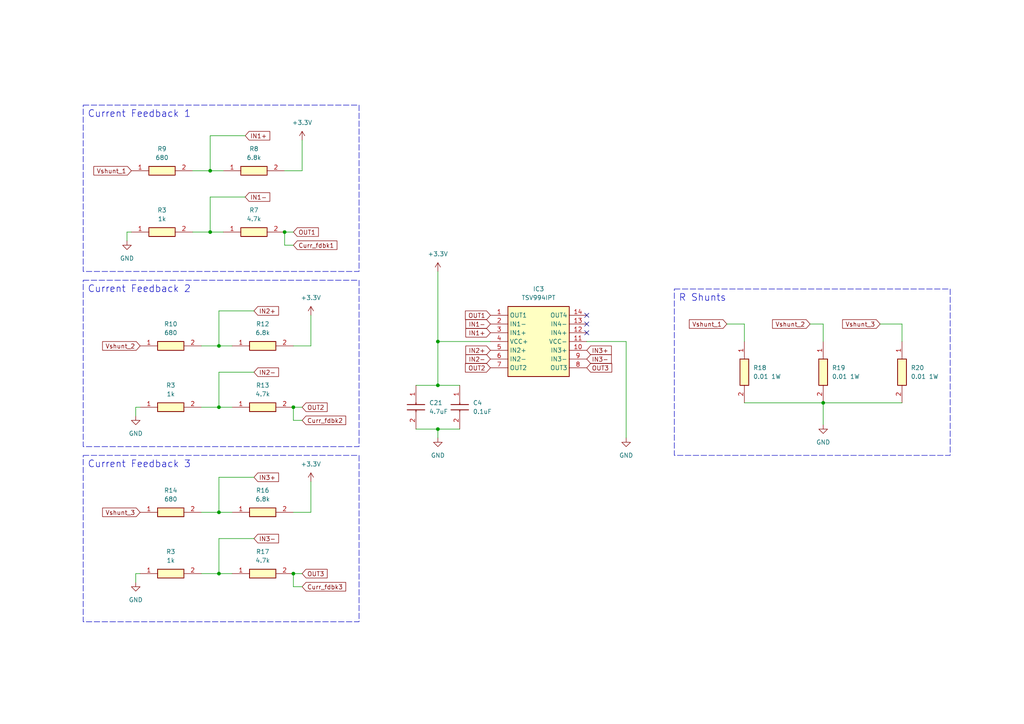
<source format=kicad_sch>
(kicad_sch (version 20230121) (generator eeschema)
  (paper "A4")
  (lib_symbols
    (symbol "SamacSys_Parts:CRT0805-BY-4701ELF" (pin_names hide)
      (property "Reference" "R" (at 13.97 6.35 0))
      (property "Value" "CRT0805-BY-4701ELF" (at 13.97 3.81 0))
      (symbol "CRT0805-BY-4701ELF_1_1"
        (rectangle (start 5.08 1.27) (end 12.7 -1.27) (stroke (width 0.254)) (fill (type background)))
        (pin passive line (at 0 0 0) (length 5.08) (name "1") (number "1"))
        (pin passive line (at 17.78 0 180) (length 5.08) (name "2") (number "2"))
      )
    )
    (symbol "SamacSys_Parts:ERA-2VEB6800X" (pin_names hide)
      (property "Reference" "R" (at 13.97 6.35 0))
      (property "Value" "ERA-2VEB6800X" (at 13.97 3.81 0))
      (symbol "ERA-2VEB6800X_1_1"
        (rectangle (start 5.08 1.27) (end 12.7 -1.27) (stroke (width 0.254)) (fill (type background)))
        (pin passive line (at 0 0 0) (length 5.08) (name "1") (number "1"))
        (pin passive line (at 17.78 0 180) (length 5.08) (name "2") (number "2"))
      )
    )
    (symbol "SamacSys_Parts:ERA-3ARB682V" (pin_names hide)
      (property "Reference" "R" (at 13.97 6.35 0))
      (property "Value" "ERA-3ARB682V" (at 13.97 3.81 0))
      (symbol "ERA-3ARB682V_1_1"
        (rectangle (start 5.08 1.27) (end 12.7 -1.27) (stroke (width 0.254)) (fill (type background)))
        (pin passive line (at 0 0 0) (length 5.08) (name "1") (number "1"))
        (pin passive line (at 17.78 0 180) (length 5.08) (name "2") (number "2"))
      )
    )
    (symbol "SamacSys_Parts:ERA-8AEB102V" (pin_names hide)
      (property "Reference" "R" (at 13.97 6.35 0))
      (property "Value" "ERA-8AEB102V" (at 13.97 3.81 0))
      (symbol "ERA-8AEB102V_1_1"
        (rectangle (start 5.08 1.27) (end 12.7 -1.27) (stroke (width 0.254)) (fill (type background)))
        (pin passive line (at 0 0 0) (length 5.08) (name "1") (number "1"))
        (pin passive line (at 17.78 0 180) (length 5.08) (name "2") (number "2"))
      )
    )
    (symbol "SamacSys_Parts:KAM32LR72A475KU" (pin_names hide)
      (property "Reference" "C" (at 8.89 6.35 0))
      (property "Value" "KAM32LR72A475KU" (at 8.89 3.81 0))
      (symbol "KAM32LR72A475KU_1_1"
        (polyline (pts (xy 5.08 0) (xy 5.588 0)) (stroke (width 0.254)))
        (polyline (pts (xy 5.588 2.54) (xy 5.588 -2.54)) (stroke (width 0.254)))
        (polyline (pts (xy 7.112 0) (xy 7.62 0)) (stroke (width 0.254)))
        (polyline (pts (xy 7.112 2.54) (xy 7.112 -2.54)) (stroke (width 0.254)))
        (pin passive line (at 0 0 0) (length 5.08) (name "1") (number "1"))
        (pin passive line (at 12.7 0 180) (length 5.08) (name "2") (number "2"))
      )
    )
    (symbol "SamacSys_Parts:KGF21BR71H104KT" (pin_names hide)
      (property "Reference" "C" (at 8.89 6.35 0))
      (property "Value" "KGF21BR71H104KT" (at 8.89 3.81 0))
      (symbol "KGF21BR71H104KT_1_1"
        (polyline (pts (xy 5.08 0) (xy 5.588 0)) (stroke (width 0.254)))
        (polyline (pts (xy 5.588 2.54) (xy 5.588 -2.54)) (stroke (width 0.254)))
        (polyline (pts (xy 7.112 0) (xy 7.62 0)) (stroke (width 0.254)))
        (polyline (pts (xy 7.112 2.54) (xy 7.112 -2.54)) (stroke (width 0.254)))
        (pin passive line (at 0 0 0) (length 5.08) (name "1") (number "1"))
        (pin passive line (at 12.7 0 180) (length 5.08) (name "2") (number "2"))
      )
    )
    (symbol "SamacSys_Parts:TSV994IPT"
      (property "Reference" "IC" (at 24.13 7.62 0))
      (property "Value" "TSV994IPT" (at 24.13 5.08 0))
      (symbol "TSV994IPT_1_1"
        (rectangle (start 5.08 2.54) (end 22.86 -17.78) (stroke (width 0.254)) (fill (type background)))
        (pin passive line (at 0 0 0) (length 5.08) (name "OUT1") (number "1"))
        (pin passive line (at 27.94 -10.16 180) (length 5.08) (name "IN3+") (number "10"))
        (pin passive line (at 27.94 -7.62 180) (length 5.08) (name "VCC-") (number "11"))
        (pin passive line (at 27.94 -5.08 180) (length 5.08) (name "IN4+") (number "12"))
        (pin passive line (at 27.94 -2.54 180) (length 5.08) (name "IN4-") (number "13"))
        (pin passive line (at 27.94 0 180) (length 5.08) (name "OUT4") (number "14"))
        (pin passive line (at 0 -2.54 0) (length 5.08) (name "IN1-") (number "2"))
        (pin passive line (at 0 -5.08 0) (length 5.08) (name "IN1+") (number "3"))
        (pin passive line (at 0 -7.62 0) (length 5.08) (name "VCC+") (number "4"))
        (pin passive line (at 0 -10.16 0) (length 5.08) (name "IN2+") (number "5"))
        (pin passive line (at 0 -12.7 0) (length 5.08) (name "IN2-") (number "6"))
        (pin passive line (at 0 -15.24 0) (length 5.08) (name "OUT2") (number "7"))
        (pin passive line (at 27.94 -15.24 180) (length 5.08) (name "OUT3") (number "8"))
        (pin passive line (at 27.94 -12.7 180) (length 5.08) (name "IN3-") (number "9"))
      )
    )
    (symbol "SamacSys_Parts:WSL2512R0100FEA" (pin_names hide)
      (property "Reference" "R" (at 13.97 6.35 0))
      (property "Value" "WSL2512R0100FEA" (at 13.97 3.81 0))
      (symbol "WSL2512R0100FEA_1_1"
        (rectangle (start 5.08 1.27) (end 12.7 -1.27) (stroke (width 0.254)) (fill (type background)))
        (pin passive line (at 0 0 0) (length 5.08) (name "1") (number "1"))
        (pin passive line (at 17.78 0 180) (length 5.08) (name "2") (number "2"))
      )
    )
    (symbol "power:+3.3V" (power) (pin_names (offset 0))
      (property "Value" "+3.3V" (at 0 3.556 0))
      (symbol "+3.3V_0_1"
        (polyline (pts (xy -0.762 1.27) (xy 0 2.54)))
        (polyline (pts (xy 0 0) (xy 0 2.54)))
        (polyline (pts (xy 0 2.54) (xy 0.762 1.27)))
      )
      (symbol "+3.3V_1_1"
        (pin power_in line (at 0 0 90) (length 0) hide (name "+3.3V") (number "1"))
      )
    )
    (symbol "power:GND" (power) (pin_names (offset 0))
      (property "Value" "GND" (at 0 -3.81 0))
      (symbol "GND_0_1"
        (polyline (pts (xy 0 0) (xy 0 -1.27) (xy 1.27 -1.27) (xy 0 -2.54) (xy -1.27 -1.27) (xy 0 -1.27)))
      )
      (symbol "GND_1_1"
        (pin power_in line (at 0 0 270) (length 0) hide (name "GND") (number "1"))
      )
    )
  )
  (junction (at 63.5 166.37))
  (junction (at 85.09 118.11))
  (junction (at 60.96 67.31))
  (junction (at 127 111.76))
  (junction (at 238.76 116.84))
  (junction (at 82.55 67.31))
  (junction (at 63.5 100.33))
  (junction (at 63.5 118.11))
  (junction (at 85.09 166.37))
  (junction (at 60.96 49.53))
  (junction (at 63.5 148.59))
  (junction (at 127 124.46))
  (junction (at 127 99.06))
  (no_connect (at 170.18 91.44))
  (no_connect (at 170.18 93.98))
  (no_connect (at 170.18 96.52))
  (wire (pts (xy 85.09 118.11) (xy 85.09 121.92)))
  (wire (pts (xy 87.63 166.37) (xy 85.09 166.37)))
  (wire (pts (xy 40.64 118.11) (xy 39.37 118.11)))
  (wire (pts (xy 60.96 49.53) (xy 64.77 49.53)))
  (wire (pts (xy 90.17 148.59) (xy 90.17 139.7)))
  (wire (pts (xy 63.5 90.17) (xy 63.5 100.33)))
  (wire (pts (xy 120.65 124.46) (xy 127 124.46)))
  (wire (pts (xy 63.5 156.21) (xy 73.66 156.21)))
  (wire (pts (xy 58.42 100.33) (xy 63.5 100.33)))
  (wire (pts (xy 38.1 67.31) (xy 36.83 67.31)))
  (wire (pts (xy 55.88 67.31) (xy 60.96 67.31)))
  (wire (pts (xy 127 124.46) (xy 133.35 124.46)))
  (wire (pts (xy 215.9 93.98) (xy 215.9 99.06)))
  (wire (pts (xy 63.5 107.95) (xy 63.5 118.11)))
  (wire (pts (xy 87.63 170.18) (xy 85.09 170.18)))
  (wire (pts (xy 120.65 111.76) (xy 127 111.76)))
  (wire (pts (xy 90.17 100.33) (xy 90.17 91.44)))
  (wire (pts (xy 127 111.76) (xy 127 99.06)))
  (wire (pts (xy 87.63 121.92) (xy 85.09 121.92)))
  (wire (pts (xy 127 78.74) (xy 127 99.06)))
  (wire (pts (xy 215.9 116.84) (xy 238.76 116.84)))
  (wire (pts (xy 71.12 39.37) (xy 60.96 39.37)))
  (wire (pts (xy 58.42 118.11) (xy 63.5 118.11)))
  (wire (pts (xy 85.09 148.59) (xy 90.17 148.59)))
  (wire (pts (xy 63.5 156.21) (xy 63.5 166.37)))
  (wire (pts (xy 63.5 138.43) (xy 63.5 148.59)))
  (wire (pts (xy 40.64 166.37) (xy 39.37 166.37)))
  (wire (pts (xy 142.24 99.06) (xy 127 99.06)))
  (wire (pts (xy 63.5 118.11) (xy 67.31 118.11)))
  (wire (pts (xy 238.76 116.84) (xy 238.76 123.19)))
  (wire (pts (xy 127 127) (xy 127 124.46)))
  (wire (pts (xy 60.96 57.15) (xy 71.12 57.15)))
  (wire (pts (xy 85.09 166.37) (xy 85.09 170.18)))
  (wire (pts (xy 60.96 67.31) (xy 64.77 67.31)))
  (wire (pts (xy 73.66 90.17) (xy 63.5 90.17)))
  (wire (pts (xy 58.42 148.59) (xy 63.5 148.59)))
  (wire (pts (xy 73.66 138.43) (xy 63.5 138.43)))
  (wire (pts (xy 87.63 118.11) (xy 85.09 118.11)))
  (wire (pts (xy 181.61 99.06) (xy 181.61 127)))
  (wire (pts (xy 85.09 100.33) (xy 90.17 100.33)))
  (wire (pts (xy 63.5 166.37) (xy 67.31 166.37)))
  (wire (pts (xy 261.62 93.98) (xy 261.62 99.06)))
  (wire (pts (xy 133.35 111.76) (xy 127 111.76)))
  (wire (pts (xy 60.96 57.15) (xy 60.96 67.31)))
  (wire (pts (xy 170.18 99.06) (xy 181.61 99.06)))
  (wire (pts (xy 55.88 49.53) (xy 60.96 49.53)))
  (wire (pts (xy 63.5 100.33) (xy 67.31 100.33)))
  (wire (pts (xy 210.82 93.98) (xy 215.9 93.98)))
  (wire (pts (xy 238.76 116.84) (xy 261.62 116.84)))
  (wire (pts (xy 85.09 71.12) (xy 82.55 71.12)))
  (wire (pts (xy 60.96 39.37) (xy 60.96 49.53)))
  (wire (pts (xy 63.5 107.95) (xy 73.66 107.95)))
  (wire (pts (xy 63.5 148.59) (xy 67.31 148.59)))
  (wire (pts (xy 87.63 49.53) (xy 87.63 40.64)))
  (wire (pts (xy 85.09 67.31) (xy 82.55 67.31)))
  (wire (pts (xy 255.27 93.98) (xy 261.62 93.98)))
  (wire (pts (xy 36.83 67.31) (xy 36.83 69.85)))
  (wire (pts (xy 82.55 49.53) (xy 87.63 49.53)))
  (wire (pts (xy 39.37 166.37) (xy 39.37 168.91)))
  (wire (pts (xy 82.55 67.31) (xy 82.55 71.12)))
  (wire (pts (xy 58.42 166.37) (xy 63.5 166.37)))
  (wire (pts (xy 234.95 93.98) (xy 238.76 93.98)))
  (wire (pts (xy 39.37 118.11) (xy 39.37 120.65)))
  (wire (pts (xy 238.76 93.98) (xy 238.76 99.06)))
  (rectangle (start 24.13 30.48) (end 104.14 78.74) (stroke (width 0) (type dash)))
  (rectangle (start 24.13 81.28) (end 104.14 129.54) (stroke (width 0) (type dash)))
  (rectangle (start 195.58 83.82) (end 275.59 132.08) (stroke (width 0) (type dash)))
  (rectangle (start 24.13 132.08) (end 104.14 180.34) (stroke (width 0) (type dash)))
  (text "R Shunts" (at 196.85 87.63 0) (effects (font (size 2 2)) (justify left bottom)))
  (text "Current Feedback 3" (at 25.4 135.89 0) (effects (font (size 2 2)) (justify left bottom)))
  (text "Current Feedback 2" (at 25.4 85.09 0) (effects (font (size 2 2)) (justify left bottom)))
  (text "Current Feedback 1" (at 25.4 34.29 0) (effects (font (size 2 2)) (justify left bottom)))
  (global_label "IN2-" (shape input) (at 142.24 104.14 180) (property "Intersheetrefs" "${INTERSHEET_REFS}" (effects hide)))
  (global_label "IN1+" (shape input) (at 71.12 39.37 0) (property "Intersheetrefs" "${INTERSHEET_REFS}" (effects hide)))
  (global_label "OUT3" (shape input) (at 87.63 166.37 0) (property "Intersheetrefs" "${INTERSHEET_REFS}" (effects hide)))
  (global_label "IN2+" (shape input) (at 142.24 101.6 180) (property "Intersheetrefs" "${INTERSHEET_REFS}" (effects hide)))
  (global_label "Vshunt_3" (shape input) (at 40.64 148.59 180) (property "Intersheetrefs" "${INTERSHEET_REFS}" (effects hide)))
  (global_label "Vshunt_3" (shape input) (at 255.27 93.98 180) (property "Intersheetrefs" "${INTERSHEET_REFS}" (effects hide)))
  (global_label "IN1-" (shape input) (at 71.12 57.15 0) (property "Intersheetrefs" "${INTERSHEET_REFS}" (effects hide)))
  (global_label "IN2-" (shape input) (at 73.66 107.95 0) (property "Intersheetrefs" "${INTERSHEET_REFS}" (effects hide)))
  (global_label "OUT2" (shape input) (at 142.24 106.68 180) (property "Intersheetrefs" "${INTERSHEET_REFS}" (effects hide)))
  (global_label "IN3-" (shape input) (at 73.66 156.21 0) (property "Intersheetrefs" "${INTERSHEET_REFS}" (effects hide)))
  (global_label "Vshunt_2" (shape input) (at 234.95 93.98 180) (property "Intersheetrefs" "${INTERSHEET_REFS}" (effects hide)))
  (global_label "Curr_fdbk3" (shape input) (at 87.63 170.18 0) (property "Intersheetrefs" "${INTERSHEET_REFS}" (effects hide)))
  (global_label "Curr_fdbk1" (shape input) (at 85.09 71.12 0) (property "Intersheetrefs" "${INTERSHEET_REFS}" (effects hide)))
  (global_label "IN3-" (shape input) (at 170.18 104.14 0) (property "Intersheetrefs" "${INTERSHEET_REFS}" (effects hide)))
  (global_label "IN1+" (shape input) (at 142.24 96.52 180) (property "Intersheetrefs" "${INTERSHEET_REFS}" (effects hide)))
  (global_label "IN1-" (shape input) (at 142.24 93.98 180) (property "Intersheetrefs" "${INTERSHEET_REFS}" (effects hide)))
  (global_label "IN3+" (shape input) (at 170.18 101.6 0) (property "Intersheetrefs" "${INTERSHEET_REFS}" (effects hide)))
  (global_label "OUT3" (shape input) (at 170.18 106.68 0) (property "Intersheetrefs" "${INTERSHEET_REFS}" (effects hide)))
  (global_label "IN3+" (shape input) (at 73.66 138.43 0) (property "Intersheetrefs" "${INTERSHEET_REFS}" (effects hide)))
  (global_label "Curr_fdbk2" (shape input) (at 87.63 121.92 0) (property "Intersheetrefs" "${INTERSHEET_REFS}" (effects hide)))
  (global_label "OUT2" (shape input) (at 87.63 118.11 0) (property "Intersheetrefs" "${INTERSHEET_REFS}" (effects hide)))
  (global_label "Vshunt_1" (shape input) (at 210.82 93.98 180) (property "Intersheetrefs" "${INTERSHEET_REFS}" (effects hide)))
  (global_label "IN2+" (shape input) (at 73.66 90.17 0) (property "Intersheetrefs" "${INTERSHEET_REFS}" (effects hide)))
  (global_label "OUT1" (shape input) (at 85.09 67.31 0) (property "Intersheetrefs" "${INTERSHEET_REFS}" (effects hide)))
  (global_label "Vshunt_2" (shape input) (at 40.64 100.33 180) (property "Intersheetrefs" "${INTERSHEET_REFS}" (effects hide)))
  (global_label "OUT1" (shape input) (at 142.24 91.44 180) (property "Intersheetrefs" "${INTERSHEET_REFS}" (effects hide)))
  (global_label "Vshunt_1" (shape input) (at 38.1 49.53 180) (property "Intersheetrefs" "${INTERSHEET_REFS}" (effects hide)))
  (symbol (lib_id "SamacSys_Parts:WSL2512R0100FEA") (at 261.62 99.06 270) (unit 1)
    (property "Reference" "R20" (at 264.16 106.68 90) (effects (justify left)))
    (property "Value" "0.01 1W" (at 264.16 109.22 90) (effects (justify left)))
    (property "Footprint" "RESC6432X102N" (effects hide))
    (property "Datasheet" "https://datasheet.datasheetarchive.com/originals/distributors/SFDatasheet-3/sf-00065404.pdf" (effects hide))
    (property "Height" "1.016" (effects hide))
    (property "Mouser Part Number" "71-WSL2512R0100FEA" (effects hide))
    (property "Mouser Price/Stock" "https://www.mouser.co.uk/ProductDetail/Vishay-Dale/WSL2512R0100FEA?qs=ViWNInbc%252BeXwSjGbk51Nog%3D%3D" (effects hide))
    (property "Manufacturer_Name" "Vishay" (effects hide))
    (property "Manufacturer_Part_Number" "WSL2512R0100FEA" (effects hide))
  )
  (symbol (lib_id "SamacSys_Parts:CRT0805-BY-4701ELF") (at 67.31 118.11 0) (unit 1)
    (property "Reference" "R13" (at 76.2 111.76 0))
    (property "Value" "4.7k" (at 76.2 114.3 0))
    (property "Footprint" "RESC2012X65N" (effects hide))
    (property "Datasheet" "https://componentsearchengine.com/Datasheets/1/CRT0805-BY-4701ELF.pdf" (effects hide))
    (property "Height" "0.65" (effects hide))
    (property "Mouser Part Number" "652-CRT0805BY4701ELF" (effects hide))
    (property "Mouser Price/Stock" "https://www.mouser.com/Search/Refine.aspx?Keyword=652-CRT0805BY4701ELF" (effects hide))
    (property "Manufacturer_Name" "Bourns" (effects hide))
    (property "Manufacturer_Part_Number" "CRT0805-BY-4701ELF" (effects hide))
  )
  (symbol (lib_id "SamacSys_Parts:KGF21BR71H104KT") (at 133.35 111.76 270) (unit 1)
    (property "Reference" "C4" (at 137.16 116.84 90) (effects (justify left)))
    (property "Value" "0.1uF" (at 137.16 119.38 90) (effects (justify left)))
    (property "Footprint" "CAPC2012X147N" (effects hide))
    (property "Datasheet" "https://www.mouser.fr/datasheet/2/40/KGF-3223650.pdf" (effects hide))
    (property "Height" "1.47" (effects hide))
    (property "Mouser Part Number" "581-KGF21BR71H104KT" (effects hide))
    (property "Mouser Price/Stock" "https://www.mouser.co.uk/ProductDetail/KYOCERA-AVX/KGF21BR71H104KT?qs=Jm2GQyTW%2FbjYyKCvVWAEOw%3D%3D" (effects hide))
    (property "Manufacturer_Name" "Kyocera AVX" (effects hide))
    (property "Manufacturer_Part_Number" "KGF21BR71H104KT" (effects hide))
    (instances (project "Driver" (path "" (reference "C4") (unit 1)) (path "" (reference "C20") (unit 1))))
  )
  (symbol (lib_id "SamacSys_Parts:ERA-8AEB102V") (at 38.1 67.31 0) (unit 1)
    (property "Reference" "R3" (at 46.99 60.96 0))
    (property "Value" "1k" (at 46.99 63.5 0))
    (property "Footprint" "RESC3216X70N" (effects hide))
    (property "Datasheet" "https://industrial.panasonic.com/cdbs/www-data/pdf/RDM0000/AOA0000C307.pdf" (effects hide))
    (property "Height" "0.7" (effects hide))
    (property "Mouser Part Number" "667-ERA-8AEB102V" (effects hide))
    (property "Mouser Price/Stock" "https://www.mouser.co.uk/ProductDetail/Panasonic/ERA-8AEB102V?qs=Ojoo2rCVP9R3RwZw0XjknA%3D%3D" (effects hide))
    (property "Manufacturer_Name" "Panasonic" (effects hide))
    (property "Manufacturer_Part_Number" "ERA-8AEB102V" (effects hide))
    (instances (project "Driver" (path "" (reference "R3") (unit 1)) (path "" (reference "R6") (unit 1))))
  )
  (symbol (lib_id "SamacSys_Parts:WSL2512R0100FEA") (at 238.76 99.06 270) (unit 1)
    (property "Reference" "R19" (at 241.3 106.68 90) (effects (justify left)))
    (property "Value" "0.01 1W" (at 241.3 109.22 90) (effects (justify left)))
    (property "Footprint" "RESC6432X102N" (effects hide))
    (property "Datasheet" "https://datasheet.datasheetarchive.com/originals/distributors/SFDatasheet-3/sf-00065404.pdf" (effects hide))
    (property "Height" "1.016" (effects hide))
    (property "Mouser Part Number" "71-WSL2512R0100FEA" (effects hide))
    (property "Mouser Price/Stock" "https://www.mouser.co.uk/ProductDetail/Vishay-Dale/WSL2512R0100FEA?qs=ViWNInbc%252BeXwSjGbk51Nog%3D%3D" (effects hide))
    (property "Manufacturer_Name" "Vishay" (effects hide))
    (property "Manufacturer_Part_Number" "WSL2512R0100FEA" (effects hide))
  )
  (symbol (lib_id "SamacSys_Parts:ERA-8AEB102V") (at 40.64 118.11 0) (unit 1)
    (property "Reference" "R3" (at 49.53 111.76 0))
    (property "Value" "1k" (at 49.53 114.3 0))
    (property "Footprint" "RESC3216X70N" (effects hide))
    (property "Datasheet" "https://industrial.panasonic.com/cdbs/www-data/pdf/RDM0000/AOA0000C307.pdf" (effects hide))
    (property "Height" "0.7" (effects hide))
    (property "Mouser Part Number" "667-ERA-8AEB102V" (effects hide))
    (property "Mouser Price/Stock" "https://www.mouser.co.uk/ProductDetail/Panasonic/ERA-8AEB102V?qs=Ojoo2rCVP9R3RwZw0XjknA%3D%3D" (effects hide))
    (property "Manufacturer_Name" "Panasonic" (effects hide))
    (property "Manufacturer_Part_Number" "ERA-8AEB102V" (effects hide))
    (instances (project "Driver" (path "" (reference "R3") (unit 1)) (path "" (reference "R11") (unit 1))))
  )
  (symbol (lib_id "power:+3.3V") (at 127 78.74 0) (unit 1)
    (property "Reference" "#PWR019" (effects hide))
    (property "Value" "+3.3V" (at 127 73.66 0))
  )
  (symbol (lib_id "power:+3.3V") (at 90.17 91.44 0) (unit 1)
    (property "Reference" "#PWR025" (effects hide))
    (property "Value" "+3.3V" (at 90.17 86.36 0))
  )
  (symbol (lib_id "SamacSys_Parts:WSL2512R0100FEA") (at 215.9 99.06 270) (unit 1)
    (property "Reference" "R18" (at 218.44 106.68 90) (effects (justify left)))
    (property "Value" "0.01 1W" (at 218.44 109.22 90) (effects (justify left)))
    (property "Footprint" "RESC6432X102N" (effects hide))
    (property "Datasheet" "https://datasheet.datasheetarchive.com/originals/distributors/SFDatasheet-3/sf-00065404.pdf" (effects hide))
    (property "Height" "1.016" (effects hide))
    (property "Mouser Part Number" "71-WSL2512R0100FEA" (effects hide))
    (property "Mouser Price/Stock" "https://www.mouser.co.uk/ProductDetail/Vishay-Dale/WSL2512R0100FEA?qs=ViWNInbc%252BeXwSjGbk51Nog%3D%3D" (effects hide))
    (property "Manufacturer_Name" "Vishay" (effects hide))
    (property "Manufacturer_Part_Number" "WSL2512R0100FEA" (effects hide))
  )
  (symbol (lib_id "SamacSys_Parts:CRT0805-BY-4701ELF") (at 67.31 166.37 0) (unit 1)
    (property "Reference" "R17" (at 76.2 160.02 0))
    (property "Value" "4.7k" (at 76.2 162.56 0))
    (property "Footprint" "RESC2012X65N" (effects hide))
    (property "Datasheet" "https://componentsearchengine.com/Datasheets/1/CRT0805-BY-4701ELF.pdf" (effects hide))
    (property "Height" "0.65" (effects hide))
    (property "Mouser Part Number" "652-CRT0805BY4701ELF" (effects hide))
    (property "Mouser Price/Stock" "https://www.mouser.com/Search/Refine.aspx?Keyword=652-CRT0805BY4701ELF" (effects hide))
    (property "Manufacturer_Name" "Bourns" (effects hide))
    (property "Manufacturer_Part_Number" "CRT0805-BY-4701ELF" (effects hide))
  )
  (symbol (lib_id "power:+3.3V") (at 87.63 40.64 0) (unit 1)
    (property "Reference" "#PWR023" (effects hide))
    (property "Value" "+3.3V" (at 87.63 35.56 0))
  )
  (symbol (lib_id "power:GND") (at 127 127 0) (unit 1)
    (property "Reference" "#PWR021" (effects hide))
    (property "Value" "GND" (at 127 132.08 0))
  )
  (symbol (lib_id "SamacSys_Parts:ERA-3ARB682V") (at 64.77 49.53 0) (unit 1)
    (property "Reference" "R8" (at 73.66 43.18 0))
    (property "Value" "6.8k" (at 73.66 45.72 0))
    (property "Footprint" "ERA3AEB101V" (effects hide))
    (property "Datasheet" "https://componentsearchengine.com/Datasheets/1/ERA-3ARB682V.pdf" (effects hide))
    (property "Height" "0.55" (effects hide))
    (property "Mouser Part Number" "667-ERA-3ARB682V" (effects hide))
    (property "Mouser Price/Stock" "https://www.mouser.com/Search/Refine.aspx?Keyword=667-ERA-3ARB682V" (effects hide))
    (property "Manufacturer_Name" "Panasonic" (effects hide))
    (property "Manufacturer_Part_Number" "ERA-3ARB682V" (effects hide))
  )
  (symbol (lib_id "power:GND") (at 36.83 69.85 0) (unit 1)
    (property "Reference" "#PWR022" (effects hide))
    (property "Value" "GND" (at 36.83 74.93 0))
  )
  (symbol (lib_id "power:GND") (at 238.76 123.19 0) (unit 1)
    (property "Reference" "#PWR028" (effects hide))
    (property "Value" "GND" (at 238.76 128.27 0))
  )
  (symbol (lib_id "SamacSys_Parts:CRT0805-BY-4701ELF") (at 64.77 67.31 0) (unit 1)
    (property "Reference" "R7" (at 73.66 60.96 0))
    (property "Value" "4.7k" (at 73.66 63.5 0))
    (property "Footprint" "RESC2012X65N" (effects hide))
    (property "Datasheet" "https://componentsearchengine.com/Datasheets/1/CRT0805-BY-4701ELF.pdf" (effects hide))
    (property "Height" "0.65" (effects hide))
    (property "Mouser Part Number" "652-CRT0805BY4701ELF" (effects hide))
    (property "Mouser Price/Stock" "https://www.mouser.com/Search/Refine.aspx?Keyword=652-CRT0805BY4701ELF" (effects hide))
    (property "Manufacturer_Name" "Bourns" (effects hide))
    (property "Manufacturer_Part_Number" "CRT0805-BY-4701ELF" (effects hide))
  )
  (symbol (lib_id "SamacSys_Parts:ERA-3ARB682V") (at 67.31 148.59 0) (unit 1)
    (property "Reference" "R16" (at 76.2 142.24 0))
    (property "Value" "6.8k" (at 76.2 144.78 0))
    (property "Footprint" "ERA3AEB101V" (effects hide))
    (property "Datasheet" "https://componentsearchengine.com/Datasheets/1/ERA-3ARB682V.pdf" (effects hide))
    (property "Height" "0.55" (effects hide))
    (property "Mouser Part Number" "667-ERA-3ARB682V" (effects hide))
    (property "Mouser Price/Stock" "https://www.mouser.com/Search/Refine.aspx?Keyword=667-ERA-3ARB682V" (effects hide))
    (property "Manufacturer_Name" "Panasonic" (effects hide))
    (property "Manufacturer_Part_Number" "ERA-3ARB682V" (effects hide))
  )
  (symbol (lib_id "SamacSys_Parts:KAM32LR72A475KU") (at 120.65 111.76 270) (unit 1)
    (property "Reference" "C21" (at 124.46 116.84 90) (effects (justify left)))
    (property "Value" "4.7uF" (at 124.46 119.38 90) (effects (justify left)))
    (property "Footprint" "CAPC3225X94N" (effects hide))
    (property "Height" "0.94" (effects hide))
    (property "Mouser Part Number" "581-KAM32LR72A475KU" (effects hide))
    (property "Mouser Price/Stock" "https://www.mouser.co.uk/ProductDetail/KYOCERA-AVX/KAM32LR72A475KU?qs=Jm2GQyTW%2FbjYtp2QXhBrlg%3D%3D" (effects hide))
    (property "Manufacturer_Name" "Kyocera AVX" (effects hide))
    (property "Manufacturer_Part_Number" "KAM32LR72A475KU" (effects hide))
  )
  (symbol (lib_id "SamacSys_Parts:ERA-2VEB6800X") (at 40.64 100.33 0) (unit 1)
    (property "Reference" "R10" (at 49.53 93.98 0))
    (property "Value" "680" (at 49.53 96.52 0))
    (property "Footprint" "ERA2V_(0402)" (effects hide))
    (property "Datasheet" "http://industrial.panasonic.com/cdbs/www-data/pdf/RDM0000/RDM0000C331.pdf" (effects hide))
    (property "Height" "0.4" (effects hide))
    (property "Manufacturer_Name" "Panasonic" (effects hide))
    (property "Manufacturer_Part_Number" "ERA-2VEB6800X" (effects hide))
  )
  (symbol (lib_id "power:GND") (at 39.37 120.65 0) (unit 1)
    (property "Reference" "#PWR024" (effects hide))
    (property "Value" "GND" (at 39.37 125.73 0))
  )
  (symbol (lib_id "power:GND") (at 181.61 127 0) (unit 1)
    (property "Reference" "#PWR020" (effects hide))
    (property "Value" "GND" (at 181.61 132.08 0))
  )
  (symbol (lib_id "SamacSys_Parts:ERA-2VEB6800X") (at 40.64 148.59 0) (unit 1)
    (property "Reference" "R14" (at 49.53 142.24 0))
    (property "Value" "680" (at 49.53 144.78 0))
    (property "Footprint" "ERA2V_(0402)" (effects hide))
    (property "Datasheet" "http://industrial.panasonic.com/cdbs/www-data/pdf/RDM0000/RDM0000C331.pdf" (effects hide))
    (property "Height" "0.4" (effects hide))
    (property "Manufacturer_Name" "Panasonic" (effects hide))
    (property "Manufacturer_Part_Number" "ERA-2VEB6800X" (effects hide))
  )
  (symbol (lib_id "power:GND") (at 39.37 168.91 0) (unit 1)
    (property "Reference" "#PWR026" (effects hide))
    (property "Value" "GND" (at 39.37 173.99 0))
  )
  (symbol (lib_id "SamacSys_Parts:ERA-8AEB102V") (at 40.64 166.37 0) (unit 1)
    (property "Reference" "R3" (at 49.53 160.02 0))
    (property "Value" "1k" (at 49.53 162.56 0))
    (property "Footprint" "RESC3216X70N" (effects hide))
    (property "Datasheet" "https://industrial.panasonic.com/cdbs/www-data/pdf/RDM0000/AOA0000C307.pdf" (effects hide))
    (property "Height" "0.7" (effects hide))
    (property "Mouser Part Number" "667-ERA-8AEB102V" (effects hide))
    (property "Mouser Price/Stock" "https://www.mouser.co.uk/ProductDetail/Panasonic/ERA-8AEB102V?qs=Ojoo2rCVP9R3RwZw0XjknA%3D%3D" (effects hide))
    (property "Manufacturer_Name" "Panasonic" (effects hide))
    (property "Manufacturer_Part_Number" "ERA-8AEB102V" (effects hide))
    (instances (project "Driver" (path "" (reference "R3") (unit 1)) (path "" (reference "R15") (unit 1))))
  )
  (symbol (lib_id "SamacSys_Parts:TSV994IPT") (at 142.24 91.44 0) (unit 1)
    (property "Reference" "IC3" (at 156.21 83.82 0))
    (property "Value" "TSV994IPT" (at 156.21 86.36 0))
    (property "Footprint" "SOP65P640X120-14N" (effects hide))
    (property "Datasheet" "http://www.st.com/st-web-ui/static/active/en/resource/technical/document/datasheet/CD00144611.pdf" (effects hide))
    (property "Height" "1.2" (effects hide))
    (property "Mouser Part Number" "511-TSV994IPT" (effects hide))
    (property "Mouser Price/Stock" "https://www.mouser.co.uk/ProductDetail/STMicroelectronics/TSV994IPT?qs=Djavi1aLnwpXsQyPzSdVPg%3D%3D" (effects hide))
    (property "Manufacturer_Name" "STMicroelectronics" (effects hide))
    (property "Manufacturer_Part_Number" "TSV994IPT" (effects hide))
  )
  (symbol (lib_id "power:+3.3V") (at 90.17 139.7 0) (unit 1)
    (property "Reference" "#PWR027" (effects hide))
    (property "Value" "+3.3V" (at 90.17 134.62 0))
  )
  (symbol (lib_id "SamacSys_Parts:ERA-3ARB682V") (at 67.31 100.33 0) (unit 1)
    (property "Reference" "R12" (at 76.2 93.98 0))
    (property "Value" "6.8k" (at 76.2 96.52 0))
    (property "Footprint" "ERA3AEB101V" (effects hide))
    (property "Datasheet" "https://componentsearchengine.com/Datasheets/1/ERA-3ARB682V.pdf" (effects hide))
    (property "Height" "0.55" (effects hide))
    (property "Mouser Part Number" "667-ERA-3ARB682V" (effects hide))
    (property "Mouser Price/Stock" "https://www.mouser.com/Search/Refine.aspx?Keyword=667-ERA-3ARB682V" (effects hide))
    (property "Manufacturer_Name" "Panasonic" (effects hide))
    (property "Manufacturer_Part_Number" "ERA-3ARB682V" (effects hide))
  )
  (symbol (lib_id "SamacSys_Parts:ERA-2VEB6800X") (at 38.1 49.53 0) (unit 1)
    (property "Reference" "R9" (at 46.99 43.18 0))
    (property "Value" "680" (at 46.99 45.72 0))
    (property "Footprint" "ERA2V_(0402)" (effects hide))
    (property "Datasheet" "http://industrial.panasonic.com/cdbs/www-data/pdf/RDM0000/RDM0000C331.pdf" (effects hide))
    (property "Height" "0.4" (effects hide))
    (property "Manufacturer_Name" "Panasonic" (effects hide))
    (property "Manufacturer_Part_Number" "ERA-2VEB6800X" (effects hide))
  )
)
</source>
